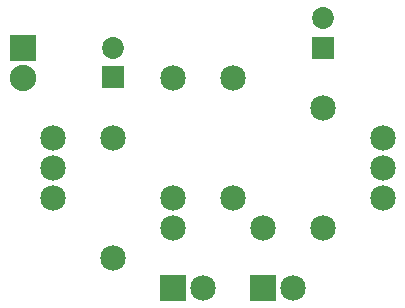
<source format=gts>
G04 MADE WITH FRITZING*
G04 WWW.FRITZING.ORG*
G04 DOUBLE SIDED*
G04 HOLES PLATED*
G04 CONTOUR ON CENTER OF CONTOUR VECTOR*
%ASAXBY*%
%FSLAX23Y23*%
%MOIN*%
%OFA0B0*%
%SFA1.0B1.0*%
%ADD10C,0.072992*%
%ADD11C,0.085000*%
%ADD12C,0.088000*%
%ADD13R,0.072992X0.072992*%
%ADD14R,0.085000X0.085000*%
%ADD15R,0.088000X0.088000*%
%LNMASK1*%
G90*
G70*
G54D10*
X422Y1924D03*
X422Y2022D03*
X1122Y2022D03*
X1122Y2121D03*
G54D11*
X422Y1722D03*
X422Y1322D03*
X622Y1922D03*
X622Y1522D03*
X822Y1922D03*
X822Y1522D03*
X1122Y1822D03*
X1122Y1422D03*
X622Y1222D03*
X722Y1222D03*
X922Y1222D03*
X1022Y1222D03*
G54D12*
X122Y2022D03*
X122Y1922D03*
G54D11*
X222Y1722D03*
X222Y1622D03*
X222Y1522D03*
X1322Y1522D03*
X1322Y1622D03*
X1322Y1722D03*
X622Y1422D03*
X922Y1422D03*
G54D13*
X422Y1924D03*
X1122Y2022D03*
G54D14*
X622Y1222D03*
X922Y1222D03*
G54D15*
X122Y2022D03*
G04 End of Mask1*
M02*
</source>
